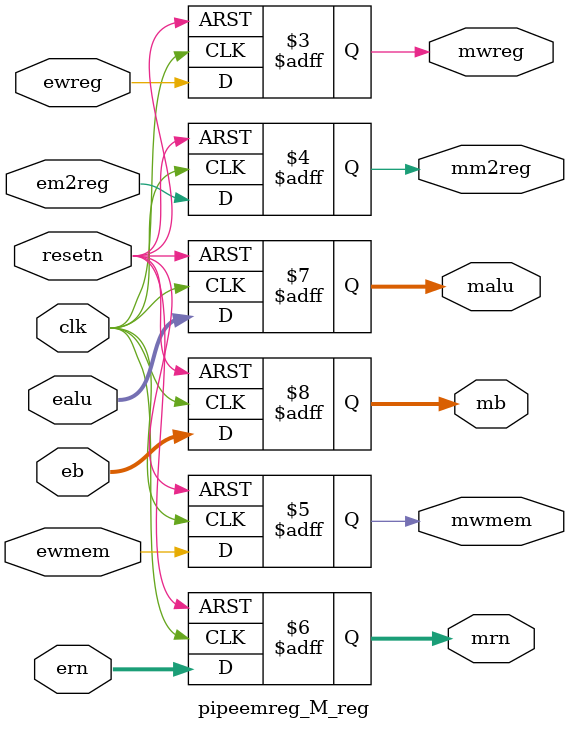
<source format=v>
module pipeemreg_M_reg (ewreg,em2reg,ewmem,ealu,eb,ern,
								clk,resetn,
								mwreg,mm2reg,mwmem,malu,mb,mrn);

    input 			ewreg,em2reg,ewmem,clk,resetn;
	 input [4:0] 	ern;
    input [31:0] 	ealu,eb;

	 output reg 		 mwreg,mm2reg,mwmem;
    output reg [4:0]  mrn;
    output reg [31:0] malu,mb;

    always @ (posedge clk or negedge resetn)
		begin
			if (resetn == 0) begin
				mwreg  <= 0;
				mm2reg <= 0;
				mwmem  <= 0;
				malu   <= 0;
				mb     <= 0;
				mrn    <= 0;
			end else begin
				mwreg  <= ewreg;
				mm2reg <= em2reg;
				mwmem  <= ewmem;
				malu   <= ealu;
				mb     <= eb;
				mrn    <= ern;
			end
		end
		
endmodule
</source>
